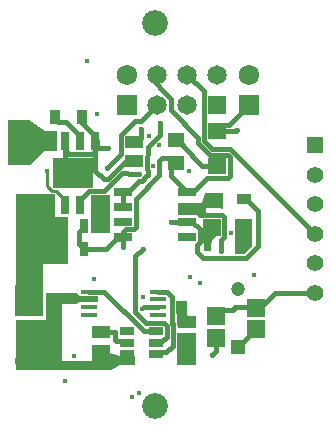
<source format=gtl>
G04*
G04 #@! TF.GenerationSoftware,Altium Limited,Altium Designer,24.2.2 (26)*
G04*
G04 Layer_Physical_Order=1*
G04 Layer_Color=255*
%FSLAX25Y25*%
%MOIN*%
G70*
G04*
G04 #@! TF.SameCoordinates,6727E026-D54A-49E6-9AE1-AA62B6963756*
G04*
G04*
G04 #@! TF.FilePolarity,Positive*
G04*
G01*
G75*
%ADD12R,0.06004X0.02559*%
%ADD13R,0.04724X0.03543*%
%ADD14R,0.05756X0.04953*%
%ADD15R,0.06299X0.05512*%
%ADD16R,0.05807X0.01772*%
%ADD17R,0.06127X0.05924*%
%ADD18R,0.03543X0.04724*%
%ADD19R,0.02756X0.05118*%
%ADD20R,0.05906X0.04055*%
%ADD21R,0.04724X0.02559*%
%ADD22R,0.13394X0.09894*%
%ADD23R,0.02756X0.06004*%
%ADD33C,0.05512*%
%ADD34R,0.05512X0.05512*%
%ADD41C,0.01500*%
%ADD42C,0.01000*%
%ADD43C,0.04724*%
%ADD44R,0.04724X0.04724*%
%ADD45C,0.06496*%
%ADD46R,0.06496X0.06496*%
%ADD47C,0.08574*%
%ADD48R,0.06791X0.06791*%
%ADD49C,0.06791*%
%ADD50C,0.01772*%
G36*
X-36713Y27953D02*
X-32874D01*
Y21358D01*
X-37004D01*
X-41728Y16634D01*
X-49114D01*
Y31398D01*
X-42028D01*
X-36713Y27953D01*
D02*
G37*
G36*
X22551Y2280D02*
X22157Y1886D01*
X21917Y2126D01*
X16843D01*
Y114D01*
X16728Y0D01*
X7500D01*
Y4035D01*
X7598Y3937D01*
X15551D01*
X16449Y7299D01*
X22551D01*
Y2280D01*
D02*
G37*
G36*
X-15059Y6299D02*
Y-6004D01*
X-21358D01*
X-21457Y6398D01*
X-15157D01*
X-15059Y6299D01*
D02*
G37*
G36*
X21813Y-1700D02*
X21841Y-4287D01*
X21813Y-7017D01*
X20494D01*
X18963Y-8548D01*
X18747Y-10392D01*
X18684Y-12300D01*
X16600D01*
X16100Y-11700D01*
X16036Y-6660D01*
Y-1404D01*
X21813D01*
X21841Y-1376D01*
X21813Y-1700D01*
D02*
G37*
G36*
X32235Y-1501D02*
Y-10639D01*
X29709Y-13165D01*
X29685Y-13141D01*
X26734D01*
X26663Y-1454D01*
X32282D01*
X32235Y-1501D01*
D02*
G37*
G36*
X-33500Y-886D02*
X-29232Y-886D01*
Y-16339D01*
X-29331Y-16437D01*
X-37402D01*
Y-33760D01*
X-37500Y-33858D01*
X-46752D01*
X-46555Y-13583D01*
Y6890D01*
X-33500D01*
Y-886D01*
D02*
G37*
G36*
X10700Y-33230D02*
X11270Y-33800D01*
X13400D01*
Y-37760D01*
X7200Y-37300D01*
X6900Y-28800D01*
X10700D01*
Y-33230D01*
D02*
G37*
G36*
X13484Y-50000D02*
X7218D01*
X7300Y-39600D01*
X13484D01*
Y-50000D01*
D02*
G37*
G36*
X-26468Y-26280D02*
X-25197Y-27165D01*
X-19094D01*
Y-29232D01*
X-25197D01*
X-26468Y-29921D01*
X-31201D01*
X-31004Y-30118D01*
Y-47610D01*
X-31002D01*
Y-48827D01*
X-30915Y-48913D01*
X-20968D01*
Y-46307D01*
X-14665D01*
Y-46260D01*
X-12697Y-46949D01*
X-11811Y-47146D01*
X-6791D01*
Y-50295D01*
X-11811D01*
X-14665Y-51870D01*
Y-51733D01*
X-14670Y-51737D01*
X-14713Y-51693D01*
X-31004D01*
Y-51772D01*
X-46457D01*
X-46535Y-51693D01*
X-46552D01*
X-46552Y-51676D01*
X-46555Y-51673D01*
Y-51424D01*
X-46600Y-47700D01*
X-46555Y-47655D01*
Y-35236D01*
X-36516D01*
Y-26181D01*
X-26567D01*
X-26468Y-26280D01*
D02*
G37*
D12*
X-10677Y7500D02*
D03*
Y2500D02*
D03*
Y-2500D02*
D03*
Y-7500D02*
D03*
X10677D02*
D03*
Y-2500D02*
D03*
Y2500D02*
D03*
Y7500D02*
D03*
D13*
X29500Y-3134D02*
D03*
Y5134D02*
D03*
X19500Y-3134D02*
D03*
Y5134D02*
D03*
D14*
X7000Y24846D02*
D03*
Y17154D02*
D03*
D15*
X20500Y27906D02*
D03*
Y16094D02*
D03*
D16*
X1067Y-33339D02*
D03*
Y-30780D02*
D03*
Y-28220D02*
D03*
Y-25661D02*
D03*
X-22067D02*
D03*
Y-28220D02*
D03*
Y-30780D02*
D03*
Y-33339D02*
D03*
D17*
X33500Y-31034D02*
D03*
Y-38166D02*
D03*
X20200Y-33934D02*
D03*
Y-41066D02*
D03*
D18*
X-33528Y32500D02*
D03*
X-24472D02*
D03*
D19*
X-23622Y-3937D02*
D03*
X-31102D02*
D03*
X-23720Y-11516D02*
D03*
X-31201D02*
D03*
D20*
X-18000Y-39122D02*
D03*
Y-45500D02*
D03*
X-7000Y24189D02*
D03*
Y17811D02*
D03*
X10532Y-42067D02*
D03*
Y-35689D02*
D03*
D21*
X-9421Y-46440D02*
D03*
Y-42700D02*
D03*
Y-38960D02*
D03*
X421D02*
D03*
Y-42700D02*
D03*
Y-46440D02*
D03*
D22*
X-27500Y13823D02*
D03*
D23*
X-20000Y3146D02*
D03*
X-25000D02*
D03*
X-30000D02*
D03*
X-35000D02*
D03*
Y24500D02*
D03*
X-30000D02*
D03*
X-25000D02*
D03*
X-20000D02*
D03*
D33*
X-41929Y-39764D02*
D03*
X53217Y-26106D02*
D03*
Y-16264D02*
D03*
Y-6421D02*
D03*
Y3421D02*
D03*
Y13264D02*
D03*
D34*
X-41929Y-29921D02*
D03*
X53217Y23106D02*
D03*
D41*
X25905Y-31722D02*
X26726Y-30900D01*
X26800D02*
X35014D01*
X20200Y-33934D02*
X22412Y-31722D01*
X25905D01*
X26726Y-30900D02*
X26800D01*
X18900Y-46900D02*
X20200Y-45600D01*
Y-41066D01*
X951Y-45911D02*
X3725D01*
X421Y-46440D02*
X951Y-45911D01*
X3725D02*
X5833Y-43803D01*
X39909Y-26106D02*
X53217D01*
X35141Y-30874D02*
X39909Y-26106D01*
X35040Y-30874D02*
X35141D01*
X32828Y-40218D02*
X35040Y-38006D01*
X27756Y-43996D02*
X31534Y-40218D01*
X32828D01*
X35014Y-30900D02*
X35040Y-30874D01*
X-13052Y-42171D02*
X-9951D01*
X-13313Y-41910D02*
X-13052Y-42171D01*
X-9951D02*
X-9421Y-42700D01*
X-13452Y-39052D02*
X-13400Y-39000D01*
X-18000Y-39122D02*
X-17930Y-39052D01*
X-13452D01*
X-13313Y-41910D02*
Y-39565D01*
X-3811Y-38960D02*
X421D01*
X-17109Y-25661D02*
X-3811Y-38960D01*
X-22067Y-25661D02*
X-17109D01*
X421Y-42700D02*
X1504D01*
X2815Y-41389D02*
X3260D01*
X3933Y-40716D01*
X1504Y-42700D02*
X2815Y-41389D01*
X-3706Y-30915D02*
X931D01*
X-6636Y-32520D02*
Y-13730D01*
Y-32520D02*
X-3144Y-36012D01*
X2889D01*
X3933Y-40716D02*
Y-37056D01*
X4060Y-25797D02*
X5750Y-27488D01*
X1203Y-25797D02*
X4060D01*
X1067Y-25661D02*
X1203Y-25797D01*
X5750Y-36334D02*
Y-27488D01*
Y-36334D02*
X5833Y-36417D01*
X2889Y-36012D02*
X3933Y-37056D01*
X5833Y-43803D02*
Y-36417D01*
X-19372Y22248D02*
X-15848D01*
X-20000Y25298D02*
Y26187D01*
X-15848Y22248D02*
X-15800Y22200D01*
X-19372Y22248D02*
Y24670D01*
X-12929Y-8029D02*
X-10728D01*
Y-10827D02*
Y-8029D01*
X-13599Y17901D02*
X-11350Y20150D01*
X-16000Y15600D02*
X-13699Y17901D01*
X-13599D01*
X-11350Y20150D02*
Y26445D01*
X-20000Y14687D02*
X-17105Y11792D01*
X-22044Y7726D02*
X-17146D01*
X-17105Y11792D02*
X-15766D01*
X-9748Y17811D01*
X-17146Y7726D02*
X-11072Y13800D01*
X-9748Y17811D02*
X-7000D01*
X-11072Y13800D02*
X-9261D01*
X15784Y-14384D02*
X30116D01*
X34185Y-10315D01*
X14020Y-12620D02*
X15784Y-14384D01*
X34185Y-10315D02*
Y1040D01*
X22000Y-8457D02*
X23012Y-7444D01*
X22000Y-12235D02*
Y-8457D01*
X23012Y-7444D02*
Y-886D01*
X14873Y-151D02*
X22277D01*
X17289Y12189D02*
X24126D01*
X11207Y8029D02*
X13129D01*
X10677Y7500D02*
X11207Y8029D01*
X13129D02*
X17289Y12189D01*
X7000Y24846D02*
X7402D01*
X9128Y22718D02*
Y23120D01*
Y22718D02*
X15752Y16094D01*
X7402Y24846D02*
X9128Y23120D01*
X15752Y16094D02*
X20500D01*
X1659Y26602D02*
Y30659D01*
X-2046Y22897D02*
X1659Y26602D01*
X-2880Y16989D02*
X-2486Y22458D01*
X-2046Y22897D01*
X-4797Y28299D02*
X-4700Y28396D01*
X-7000Y24189D02*
X-6075D01*
X-4797Y25467D01*
Y28299D01*
X-4700Y28396D02*
Y28470D01*
X-6600Y31195D02*
X-4730D01*
X728Y36654D01*
X-13348Y-39530D02*
X-13313Y-39565D01*
X-13348Y-39530D02*
Y-39052D01*
X-13400Y-39000D02*
X-13348Y-39052D01*
X-6636Y-13730D02*
X-4232Y-11327D01*
X5474Y-2500D02*
X12400D01*
X5300Y-2400D02*
X5373D01*
X5474Y-2500D01*
X-11350Y26445D02*
X-6600Y31195D01*
X24800Y12862D02*
Y19327D01*
X53217Y-6421D02*
Y-6403D01*
X18973Y21900D02*
X24913D01*
X16200Y24673D02*
X18973Y21900D01*
X16200Y24673D02*
Y41182D01*
X5126Y34840D02*
X14300Y25666D01*
X10728Y46654D02*
X16200Y41182D01*
X24913Y21900D02*
X53217Y-6403D01*
X18186Y20000D02*
X24126D01*
X24800Y19327D01*
X14300Y23886D02*
X18186Y20000D01*
X14300Y23886D02*
Y25666D01*
X5126Y34840D02*
Y38475D01*
X-25430Y-5813D02*
Y-5745D01*
X-6525Y-4256D02*
Y5139D01*
X1392Y13056D01*
X-25430Y-5745D02*
X-23622Y-3937D01*
X-25528Y-6692D02*
X-25430Y-5813D01*
X5192Y15346D02*
X7000Y17154D01*
X5192Y12864D02*
Y15346D01*
Y12864D02*
X10556Y7500D01*
X24126Y12189D02*
X24800Y12862D01*
X3393Y40374D02*
X5126Y38475D01*
X-10677Y-7500D02*
Y-5808D01*
X-9798Y-4930D01*
X-7199D01*
X2271Y18840D02*
X4872D01*
X-25528Y-7935D02*
Y-6692D01*
Y-7935D02*
X-25430Y-9806D01*
X-23720Y-11516D02*
X-16415D01*
X4872Y18840D02*
X7000Y17154D01*
X-25430Y-9806D02*
X-23720Y-11516D01*
X-303Y45623D02*
X728Y46654D01*
X-16415Y-11516D02*
X-12929Y-8029D01*
X1392Y17962D02*
X2271Y18840D01*
X-303Y45623D02*
X-303Y44380D01*
X-7199Y-4930D02*
X-6525Y-4256D01*
X1392Y13056D02*
Y17962D01*
X-303Y44380D02*
X3393Y40374D01*
X-20000Y25298D02*
X-19372Y24670D01*
X-2880Y15220D02*
Y16989D01*
Y15220D02*
X-2486Y14523D01*
X-2925Y12841D02*
X-2486Y13280D01*
X-4491Y11275D02*
X-2925Y12841D01*
X-2486Y13280D02*
Y14523D01*
X931Y-30915D02*
X1067Y-30780D01*
X-9261Y13800D02*
X-8873Y13411D01*
X-9132Y7500D02*
X-5357Y11275D01*
X-4491D01*
X-8873Y13411D02*
X-5375D01*
X-10677Y7500D02*
X-9132D01*
X-10854D02*
X-10677D01*
X-30000Y16323D02*
Y21487D01*
X-20000Y21087D02*
Y24500D01*
Y14687D02*
Y21087D01*
X-10854Y2500D02*
Y7500D01*
X-30000Y16323D02*
X-27500Y13823D01*
X-30000Y21487D02*
Y24500D01*
Y21487D02*
X-28800Y20287D01*
X-20800D01*
X-20000Y21087D01*
X-24472Y30660D02*
Y32500D01*
Y30660D02*
X-20000Y26187D01*
X-10854Y2500D02*
X-10677D01*
X10677D02*
X12222D01*
X12400Y-2500D02*
X14829Y-4930D01*
Y-9256D02*
Y-4930D01*
X14020Y-10065D02*
X14829Y-9256D01*
X14020Y-12620D02*
Y-10065D01*
X30091Y5134D02*
X34185Y1040D01*
X29500Y5134D02*
X30091D01*
X22277Y-151D02*
X23012Y-886D01*
X-25000Y3146D02*
Y4770D01*
X-22044Y7726D01*
X12222Y2500D02*
X14873Y-151D01*
X27032Y27906D02*
X27226Y28100D01*
X27300D01*
X20500Y27906D02*
X27032D01*
X24461Y29912D02*
X31201Y36652D01*
X22506Y29912D02*
X24461D01*
X20500Y27906D02*
X22506Y29912D01*
X-33528Y31909D02*
X-32506Y30888D01*
X-33528Y31909D02*
Y32500D01*
X-25000Y24500D02*
Y26124D01*
X-29764Y30888D02*
X-25000Y26124D01*
X-32506Y30888D02*
X-29764D01*
D42*
X-34383Y7790D02*
X-33020D01*
X-36100Y9506D02*
X-34383Y7790D01*
X-36100Y9506D02*
Y14500D01*
X-30000Y3146D02*
Y4770D01*
X-33020Y7790D02*
X-30000Y4770D01*
D43*
X27756Y-24783D02*
D03*
D44*
Y-43996D02*
D03*
D45*
X728Y46654D02*
D03*
Y36654D02*
D03*
X10728Y46654D02*
D03*
Y36654D02*
D03*
X20728Y46654D02*
D03*
D46*
Y36654D02*
D03*
D47*
X0Y-63780D02*
D03*
Y63780D02*
D03*
D48*
X-9449Y36651D02*
D03*
X31201Y36652D02*
D03*
D49*
X-9449Y46651D02*
D03*
X31201Y46652D02*
D03*
D50*
X18900Y-46900D02*
D03*
X26800Y-30900D02*
D03*
X-4500Y-31636D02*
D03*
X-4200Y-27364D02*
D03*
X-15800Y22200D02*
D03*
X-10728Y-10827D02*
D03*
X-16000Y15600D02*
D03*
X28800Y-12000D02*
D03*
X22000Y-12235D02*
D03*
X11264Y14686D02*
D03*
X1659Y30659D02*
D03*
X-2223Y26177D02*
D03*
X1238Y23162D02*
D03*
X-4700Y28470D02*
D03*
X-13400Y-39000D02*
D03*
X-4232Y-11327D02*
D03*
X5300Y-2400D02*
D03*
X-36100Y14500D02*
D03*
X-19530Y33600D02*
D03*
X-744Y16104D02*
D03*
X14800Y-22900D02*
D03*
X25305Y-6040D02*
D03*
X-5375Y13411D02*
D03*
X11500Y-20800D02*
D03*
X32800Y-20200D02*
D03*
X-20400Y-21500D02*
D03*
X-22900Y51300D02*
D03*
X-7656Y-60857D02*
D03*
X-5500Y-59313D02*
D03*
X-30100Y-55513D02*
D03*
X-27000Y-47200D02*
D03*
X17000Y-11327D02*
D03*
X8600Y-31000D02*
D03*
X9000Y-48500D02*
D03*
X-16929Y-1673D02*
D03*
X27300Y28100D02*
D03*
X-39862Y24409D02*
D03*
M02*

</source>
